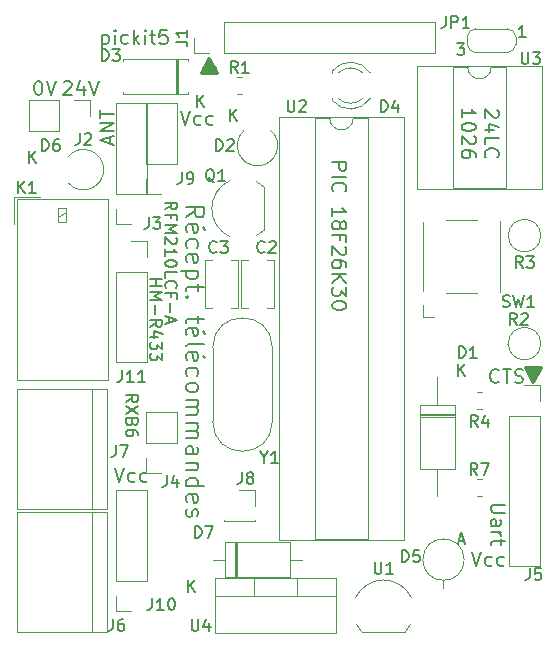
<source format=gbr>
%TF.GenerationSoftware,KiCad,Pcbnew,(5.1.12)-1*%
%TF.CreationDate,2025-07-02T13:27:01+02:00*%
%TF.ProjectId,telecommande,74656c65-636f-46d6-9d61-6e64652e6b69,rev?*%
%TF.SameCoordinates,Original*%
%TF.FileFunction,Legend,Top*%
%TF.FilePolarity,Positive*%
%FSLAX46Y46*%
G04 Gerber Fmt 4.6, Leading zero omitted, Abs format (unit mm)*
G04 Created by KiCad (PCBNEW (5.1.12)-1) date 2025-07-02 13:27:01*
%MOMM*%
%LPD*%
G01*
G04 APERTURE LIST*
%ADD10C,0.150000*%
%ADD11C,0.200000*%
%ADD12C,0.300000*%
%ADD13C,0.120000*%
G04 APERTURE END LIST*
D10*
X91495619Y-92607238D02*
X92495619Y-92607238D01*
X92019428Y-92607238D02*
X92019428Y-93178666D01*
X91495619Y-93178666D02*
X92495619Y-93178666D01*
X91495619Y-93654857D02*
X92495619Y-93654857D01*
X91781333Y-93988190D01*
X92495619Y-94321523D01*
X91495619Y-94321523D01*
X91876571Y-94797714D02*
X91876571Y-95559619D01*
X91495619Y-96607238D02*
X91971809Y-96273904D01*
X91495619Y-96035809D02*
X92495619Y-96035809D01*
X92495619Y-96416761D01*
X92448000Y-96512000D01*
X92400380Y-96559619D01*
X92305142Y-96607238D01*
X92162285Y-96607238D01*
X92067047Y-96559619D01*
X92019428Y-96512000D01*
X91971809Y-96416761D01*
X91971809Y-96035809D01*
X92162285Y-97464380D02*
X91495619Y-97464380D01*
X92543238Y-97226285D02*
X91828952Y-96988190D01*
X91828952Y-97607238D01*
X92495619Y-97892952D02*
X92495619Y-98512000D01*
X92114666Y-98178666D01*
X92114666Y-98321523D01*
X92067047Y-98416761D01*
X92019428Y-98464380D01*
X91924190Y-98512000D01*
X91686095Y-98512000D01*
X91590857Y-98464380D01*
X91543238Y-98416761D01*
X91495619Y-98321523D01*
X91495619Y-98035809D01*
X91543238Y-97940571D01*
X91590857Y-97892952D01*
X92495619Y-98845333D02*
X92495619Y-99464380D01*
X92114666Y-99131047D01*
X92114666Y-99273904D01*
X92067047Y-99369142D01*
X92019428Y-99416761D01*
X91924190Y-99464380D01*
X91686095Y-99464380D01*
X91590857Y-99416761D01*
X91543238Y-99369142D01*
X91495619Y-99273904D01*
X91495619Y-98988190D01*
X91543238Y-98892952D01*
X91590857Y-98845333D01*
D11*
X94571428Y-87353714D02*
X95285714Y-86853714D01*
X94571428Y-86496571D02*
X96071428Y-86496571D01*
X96071428Y-87068000D01*
X96000000Y-87210857D01*
X95928571Y-87282285D01*
X95785714Y-87353714D01*
X95571428Y-87353714D01*
X95428571Y-87282285D01*
X95357142Y-87210857D01*
X95285714Y-87068000D01*
X95285714Y-86496571D01*
X94642857Y-88568000D02*
X94571428Y-88425142D01*
X94571428Y-88139428D01*
X94642857Y-87996571D01*
X94785714Y-87925142D01*
X95357142Y-87925142D01*
X95500000Y-87996571D01*
X95571428Y-88139428D01*
X95571428Y-88425142D01*
X95500000Y-88568000D01*
X95357142Y-88639428D01*
X95214285Y-88639428D01*
X95071428Y-87925142D01*
X96142857Y-88425142D02*
X95928571Y-88210857D01*
X94642857Y-89925142D02*
X94571428Y-89782285D01*
X94571428Y-89496571D01*
X94642857Y-89353714D01*
X94714285Y-89282285D01*
X94857142Y-89210857D01*
X95285714Y-89210857D01*
X95428571Y-89282285D01*
X95500000Y-89353714D01*
X95571428Y-89496571D01*
X95571428Y-89782285D01*
X95500000Y-89925142D01*
X94642857Y-91139428D02*
X94571428Y-90996571D01*
X94571428Y-90710857D01*
X94642857Y-90568000D01*
X94785714Y-90496571D01*
X95357142Y-90496571D01*
X95500000Y-90568000D01*
X95571428Y-90710857D01*
X95571428Y-90996571D01*
X95500000Y-91139428D01*
X95357142Y-91210857D01*
X95214285Y-91210857D01*
X95071428Y-90496571D01*
X95571428Y-91853714D02*
X94071428Y-91853714D01*
X95500000Y-91853714D02*
X95571428Y-91996571D01*
X95571428Y-92282285D01*
X95500000Y-92425142D01*
X95428571Y-92496571D01*
X95285714Y-92568000D01*
X94857142Y-92568000D01*
X94714285Y-92496571D01*
X94642857Y-92425142D01*
X94571428Y-92282285D01*
X94571428Y-91996571D01*
X94642857Y-91853714D01*
X95571428Y-92996571D02*
X95571428Y-93568000D01*
X96071428Y-93210857D02*
X94785714Y-93210857D01*
X94642857Y-93282285D01*
X94571428Y-93425142D01*
X94571428Y-93568000D01*
X94714285Y-94068000D02*
X94642857Y-94139428D01*
X94571428Y-94068000D01*
X94642857Y-93996571D01*
X94714285Y-94068000D01*
X94571428Y-94068000D01*
X95571428Y-95710857D02*
X95571428Y-96282285D01*
X96071428Y-95925142D02*
X94785714Y-95925142D01*
X94642857Y-95996571D01*
X94571428Y-96139428D01*
X94571428Y-96282285D01*
X94642857Y-97353714D02*
X94571428Y-97210857D01*
X94571428Y-96925142D01*
X94642857Y-96782285D01*
X94785714Y-96710857D01*
X95357142Y-96710857D01*
X95500000Y-96782285D01*
X95571428Y-96925142D01*
X95571428Y-97210857D01*
X95500000Y-97353714D01*
X95357142Y-97425142D01*
X95214285Y-97425142D01*
X95071428Y-96710857D01*
X96142857Y-97210857D02*
X95928571Y-96996571D01*
X94571428Y-98282285D02*
X94642857Y-98139428D01*
X94785714Y-98068000D01*
X96071428Y-98068000D01*
X94642857Y-99425142D02*
X94571428Y-99282285D01*
X94571428Y-98996571D01*
X94642857Y-98853714D01*
X94785714Y-98782285D01*
X95357142Y-98782285D01*
X95500000Y-98853714D01*
X95571428Y-98996571D01*
X95571428Y-99282285D01*
X95500000Y-99425142D01*
X95357142Y-99496571D01*
X95214285Y-99496571D01*
X95071428Y-98782285D01*
X96142857Y-99282285D02*
X95928571Y-99068000D01*
X94642857Y-100782285D02*
X94571428Y-100639428D01*
X94571428Y-100353714D01*
X94642857Y-100210857D01*
X94714285Y-100139428D01*
X94857142Y-100068000D01*
X95285714Y-100068000D01*
X95428571Y-100139428D01*
X95500000Y-100210857D01*
X95571428Y-100353714D01*
X95571428Y-100639428D01*
X95500000Y-100782285D01*
X94571428Y-101639428D02*
X94642857Y-101496571D01*
X94714285Y-101425142D01*
X94857142Y-101353714D01*
X95285714Y-101353714D01*
X95428571Y-101425142D01*
X95500000Y-101496571D01*
X95571428Y-101639428D01*
X95571428Y-101853714D01*
X95500000Y-101996571D01*
X95428571Y-102068000D01*
X95285714Y-102139428D01*
X94857142Y-102139428D01*
X94714285Y-102068000D01*
X94642857Y-101996571D01*
X94571428Y-101853714D01*
X94571428Y-101639428D01*
X94571428Y-102782285D02*
X95571428Y-102782285D01*
X95428571Y-102782285D02*
X95500000Y-102853714D01*
X95571428Y-102996571D01*
X95571428Y-103210857D01*
X95500000Y-103353714D01*
X95357142Y-103425142D01*
X94571428Y-103425142D01*
X95357142Y-103425142D02*
X95500000Y-103496571D01*
X95571428Y-103639428D01*
X95571428Y-103853714D01*
X95500000Y-103996571D01*
X95357142Y-104068000D01*
X94571428Y-104068000D01*
X94571428Y-104782285D02*
X95571428Y-104782285D01*
X95428571Y-104782285D02*
X95500000Y-104853714D01*
X95571428Y-104996571D01*
X95571428Y-105210857D01*
X95500000Y-105353714D01*
X95357142Y-105425142D01*
X94571428Y-105425142D01*
X95357142Y-105425142D02*
X95500000Y-105496571D01*
X95571428Y-105639428D01*
X95571428Y-105853714D01*
X95500000Y-105996571D01*
X95357142Y-106068000D01*
X94571428Y-106068000D01*
X94571428Y-107425142D02*
X95357142Y-107425142D01*
X95500000Y-107353714D01*
X95571428Y-107210857D01*
X95571428Y-106925142D01*
X95500000Y-106782285D01*
X94642857Y-107425142D02*
X94571428Y-107282285D01*
X94571428Y-106925142D01*
X94642857Y-106782285D01*
X94785714Y-106710857D01*
X94928571Y-106710857D01*
X95071428Y-106782285D01*
X95142857Y-106925142D01*
X95142857Y-107282285D01*
X95214285Y-107425142D01*
X95571428Y-108139428D02*
X94571428Y-108139428D01*
X95428571Y-108139428D02*
X95500000Y-108210857D01*
X95571428Y-108353714D01*
X95571428Y-108568000D01*
X95500000Y-108710857D01*
X95357142Y-108782285D01*
X94571428Y-108782285D01*
X94571428Y-110139428D02*
X96071428Y-110139428D01*
X94642857Y-110139428D02*
X94571428Y-109996571D01*
X94571428Y-109710857D01*
X94642857Y-109568000D01*
X94714285Y-109496571D01*
X94857142Y-109425142D01*
X95285714Y-109425142D01*
X95428571Y-109496571D01*
X95500000Y-109568000D01*
X95571428Y-109710857D01*
X95571428Y-109996571D01*
X95500000Y-110139428D01*
X94642857Y-111425142D02*
X94571428Y-111282285D01*
X94571428Y-110996571D01*
X94642857Y-110853714D01*
X94785714Y-110782285D01*
X95357142Y-110782285D01*
X95500000Y-110853714D01*
X95571428Y-110996571D01*
X95571428Y-111282285D01*
X95500000Y-111425142D01*
X95357142Y-111496571D01*
X95214285Y-111496571D01*
X95071428Y-110782285D01*
X94642857Y-112068000D02*
X94571428Y-112210857D01*
X94571428Y-112496571D01*
X94642857Y-112639428D01*
X94785714Y-112710857D01*
X94857142Y-112710857D01*
X95000000Y-112639428D01*
X95071428Y-112496571D01*
X95071428Y-112282285D01*
X95142857Y-112139428D01*
X95285714Y-112068000D01*
X95357142Y-112068000D01*
X95500000Y-112139428D01*
X95571428Y-112282285D01*
X95571428Y-112496571D01*
X95500000Y-112639428D01*
D10*
X94075428Y-78336857D02*
X94475428Y-79536857D01*
X94875428Y-78336857D01*
X95789714Y-79479714D02*
X95675428Y-79536857D01*
X95446857Y-79536857D01*
X95332571Y-79479714D01*
X95275428Y-79422571D01*
X95218285Y-79308285D01*
X95218285Y-78965428D01*
X95275428Y-78851142D01*
X95332571Y-78794000D01*
X95446857Y-78736857D01*
X95675428Y-78736857D01*
X95789714Y-78794000D01*
X96818285Y-79479714D02*
X96704000Y-79536857D01*
X96475428Y-79536857D01*
X96361142Y-79479714D01*
X96304000Y-79422571D01*
X96246857Y-79308285D01*
X96246857Y-78965428D01*
X96304000Y-78851142D01*
X96361142Y-78794000D01*
X96475428Y-78736857D01*
X96704000Y-78736857D01*
X96818285Y-78794000D01*
X92765619Y-86686000D02*
X93241809Y-86352666D01*
X92765619Y-86114571D02*
X93765619Y-86114571D01*
X93765619Y-86495523D01*
X93718000Y-86590761D01*
X93670380Y-86638380D01*
X93575142Y-86686000D01*
X93432285Y-86686000D01*
X93337047Y-86638380D01*
X93289428Y-86590761D01*
X93241809Y-86495523D01*
X93241809Y-86114571D01*
X93289428Y-87447904D02*
X93289428Y-87114571D01*
X92765619Y-87114571D02*
X93765619Y-87114571D01*
X93765619Y-87590761D01*
X92765619Y-87971714D02*
X93765619Y-87971714D01*
X93051333Y-88305047D01*
X93765619Y-88638380D01*
X92765619Y-88638380D01*
X93670380Y-89066952D02*
X93718000Y-89114571D01*
X93765619Y-89209809D01*
X93765619Y-89447904D01*
X93718000Y-89543142D01*
X93670380Y-89590761D01*
X93575142Y-89638380D01*
X93479904Y-89638380D01*
X93337047Y-89590761D01*
X92765619Y-89019333D01*
X92765619Y-89638380D01*
X92765619Y-90590761D02*
X92765619Y-90019333D01*
X92765619Y-90305047D02*
X93765619Y-90305047D01*
X93622761Y-90209809D01*
X93527523Y-90114571D01*
X93479904Y-90019333D01*
X93765619Y-91209809D02*
X93765619Y-91305047D01*
X93718000Y-91400285D01*
X93670380Y-91447904D01*
X93575142Y-91495523D01*
X93384666Y-91543142D01*
X93146571Y-91543142D01*
X92956095Y-91495523D01*
X92860857Y-91447904D01*
X92813238Y-91400285D01*
X92765619Y-91305047D01*
X92765619Y-91209809D01*
X92813238Y-91114571D01*
X92860857Y-91066952D01*
X92956095Y-91019333D01*
X93146571Y-90971714D01*
X93384666Y-90971714D01*
X93575142Y-91019333D01*
X93670380Y-91066952D01*
X93718000Y-91114571D01*
X93765619Y-91209809D01*
X92765619Y-92447904D02*
X92765619Y-91971714D01*
X93765619Y-91971714D01*
X92860857Y-93352666D02*
X92813238Y-93305047D01*
X92765619Y-93162190D01*
X92765619Y-93066952D01*
X92813238Y-92924095D01*
X92908476Y-92828857D01*
X93003714Y-92781238D01*
X93194190Y-92733619D01*
X93337047Y-92733619D01*
X93527523Y-92781238D01*
X93622761Y-92828857D01*
X93718000Y-92924095D01*
X93765619Y-93066952D01*
X93765619Y-93162190D01*
X93718000Y-93305047D01*
X93670380Y-93352666D01*
X93289428Y-94114571D02*
X93289428Y-93781238D01*
X92765619Y-93781238D02*
X93765619Y-93781238D01*
X93765619Y-94257428D01*
X93146571Y-94638380D02*
X93146571Y-95400285D01*
X93051333Y-95828857D02*
X93051333Y-96305047D01*
X92765619Y-95733619D02*
X93765619Y-96066952D01*
X92765619Y-96400285D01*
X118713428Y-115674857D02*
X119113428Y-116874857D01*
X119513428Y-115674857D01*
X120427714Y-116817714D02*
X120313428Y-116874857D01*
X120084857Y-116874857D01*
X119970571Y-116817714D01*
X119913428Y-116760571D01*
X119856285Y-116646285D01*
X119856285Y-116303428D01*
X119913428Y-116189142D01*
X119970571Y-116132000D01*
X120084857Y-116074857D01*
X120313428Y-116074857D01*
X120427714Y-116132000D01*
X121456285Y-116817714D02*
X121342000Y-116874857D01*
X121113428Y-116874857D01*
X120999142Y-116817714D01*
X120942000Y-116760571D01*
X120884857Y-116646285D01*
X120884857Y-116303428D01*
X120942000Y-116189142D01*
X120999142Y-116132000D01*
X121113428Y-116074857D01*
X121342000Y-116074857D01*
X121456285Y-116132000D01*
X121008857Y-101266571D02*
X120951714Y-101323714D01*
X120780285Y-101380857D01*
X120666000Y-101380857D01*
X120494571Y-101323714D01*
X120380285Y-101209428D01*
X120323142Y-101095142D01*
X120266000Y-100866571D01*
X120266000Y-100695142D01*
X120323142Y-100466571D01*
X120380285Y-100352285D01*
X120494571Y-100238000D01*
X120666000Y-100180857D01*
X120780285Y-100180857D01*
X120951714Y-100238000D01*
X121008857Y-100295142D01*
X121351714Y-100180857D02*
X122037428Y-100180857D01*
X121694571Y-101380857D02*
X121694571Y-100180857D01*
X122380285Y-101323714D02*
X122551714Y-101380857D01*
X122837428Y-101380857D01*
X122951714Y-101323714D01*
X123008857Y-101266571D01*
X123066000Y-101152285D01*
X123066000Y-101038000D01*
X123008857Y-100923714D01*
X122951714Y-100866571D01*
X122837428Y-100809428D01*
X122608857Y-100752285D01*
X122494571Y-100695142D01*
X122437428Y-100638000D01*
X122380285Y-100523714D01*
X122380285Y-100409428D01*
X122437428Y-100295142D01*
X122494571Y-100238000D01*
X122608857Y-100180857D01*
X122894571Y-100180857D01*
X123066000Y-100238000D01*
X120897857Y-78264000D02*
X120955000Y-78321142D01*
X121012142Y-78435428D01*
X121012142Y-78721142D01*
X120955000Y-78835428D01*
X120897857Y-78892571D01*
X120783571Y-78949714D01*
X120669285Y-78949714D01*
X120497857Y-78892571D01*
X119812142Y-78206857D01*
X119812142Y-78949714D01*
X120612142Y-79978285D02*
X119812142Y-79978285D01*
X121069285Y-79692571D02*
X120212142Y-79406857D01*
X120212142Y-80149714D01*
X119812142Y-81178285D02*
X119812142Y-80606857D01*
X121012142Y-80606857D01*
X119926428Y-82264000D02*
X119869285Y-82206857D01*
X119812142Y-82035428D01*
X119812142Y-81921142D01*
X119869285Y-81749714D01*
X119983571Y-81635428D01*
X120097857Y-81578285D01*
X120326428Y-81521142D01*
X120497857Y-81521142D01*
X120726428Y-81578285D01*
X120840714Y-81635428D01*
X120955000Y-81749714D01*
X121012142Y-81921142D01*
X121012142Y-82035428D01*
X120955000Y-82206857D01*
X120897857Y-82264000D01*
X117862142Y-78892571D02*
X117862142Y-78206857D01*
X117862142Y-78549714D02*
X119062142Y-78549714D01*
X118890714Y-78435428D01*
X118776428Y-78321142D01*
X118719285Y-78206857D01*
X119062142Y-79635428D02*
X119062142Y-79749714D01*
X119005000Y-79864000D01*
X118947857Y-79921142D01*
X118833571Y-79978285D01*
X118605000Y-80035428D01*
X118319285Y-80035428D01*
X118090714Y-79978285D01*
X117976428Y-79921142D01*
X117919285Y-79864000D01*
X117862142Y-79749714D01*
X117862142Y-79635428D01*
X117919285Y-79521142D01*
X117976428Y-79464000D01*
X118090714Y-79406857D01*
X118319285Y-79349714D01*
X118605000Y-79349714D01*
X118833571Y-79406857D01*
X118947857Y-79464000D01*
X119005000Y-79521142D01*
X119062142Y-79635428D01*
X118947857Y-80492571D02*
X119005000Y-80549714D01*
X119062142Y-80664000D01*
X119062142Y-80949714D01*
X119005000Y-81064000D01*
X118947857Y-81121142D01*
X118833571Y-81178285D01*
X118719285Y-81178285D01*
X118547857Y-81121142D01*
X117862142Y-80435428D01*
X117862142Y-81178285D01*
X119062142Y-82206857D02*
X119062142Y-81978285D01*
X119005000Y-81864000D01*
X118947857Y-81806857D01*
X118776428Y-81692571D01*
X118547857Y-81635428D01*
X118090714Y-81635428D01*
X117976428Y-81692571D01*
X117919285Y-81749714D01*
X117862142Y-81864000D01*
X117862142Y-82092571D01*
X117919285Y-82206857D01*
X117976428Y-82264000D01*
X118090714Y-82321142D01*
X118376428Y-82321142D01*
X118490714Y-82264000D01*
X118547857Y-82206857D01*
X118605000Y-82092571D01*
X118605000Y-81864000D01*
X118547857Y-81749714D01*
X118490714Y-81692571D01*
X118376428Y-81635428D01*
X106899142Y-82700000D02*
X108099142Y-82700000D01*
X108099142Y-83157142D01*
X108042000Y-83271428D01*
X107984857Y-83328571D01*
X107870571Y-83385714D01*
X107699142Y-83385714D01*
X107584857Y-83328571D01*
X107527714Y-83271428D01*
X107470571Y-83157142D01*
X107470571Y-82700000D01*
X106899142Y-83900000D02*
X108099142Y-83900000D01*
X107013428Y-85157142D02*
X106956285Y-85100000D01*
X106899142Y-84928571D01*
X106899142Y-84814285D01*
X106956285Y-84642857D01*
X107070571Y-84528571D01*
X107184857Y-84471428D01*
X107413428Y-84414285D01*
X107584857Y-84414285D01*
X107813428Y-84471428D01*
X107927714Y-84528571D01*
X108042000Y-84642857D01*
X108099142Y-84814285D01*
X108099142Y-84928571D01*
X108042000Y-85100000D01*
X107984857Y-85157142D01*
X106899142Y-87214285D02*
X106899142Y-86528571D01*
X106899142Y-86871428D02*
X108099142Y-86871428D01*
X107927714Y-86757142D01*
X107813428Y-86642857D01*
X107756285Y-86528571D01*
X107584857Y-87900000D02*
X107642000Y-87785714D01*
X107699142Y-87728571D01*
X107813428Y-87671428D01*
X107870571Y-87671428D01*
X107984857Y-87728571D01*
X108042000Y-87785714D01*
X108099142Y-87900000D01*
X108099142Y-88128571D01*
X108042000Y-88242857D01*
X107984857Y-88300000D01*
X107870571Y-88357142D01*
X107813428Y-88357142D01*
X107699142Y-88300000D01*
X107642000Y-88242857D01*
X107584857Y-88128571D01*
X107584857Y-87900000D01*
X107527714Y-87785714D01*
X107470571Y-87728571D01*
X107356285Y-87671428D01*
X107127714Y-87671428D01*
X107013428Y-87728571D01*
X106956285Y-87785714D01*
X106899142Y-87900000D01*
X106899142Y-88128571D01*
X106956285Y-88242857D01*
X107013428Y-88300000D01*
X107127714Y-88357142D01*
X107356285Y-88357142D01*
X107470571Y-88300000D01*
X107527714Y-88242857D01*
X107584857Y-88128571D01*
X107527714Y-89271428D02*
X107527714Y-88871428D01*
X106899142Y-88871428D02*
X108099142Y-88871428D01*
X108099142Y-89442857D01*
X107984857Y-89842857D02*
X108042000Y-89900000D01*
X108099142Y-90014285D01*
X108099142Y-90300000D01*
X108042000Y-90414285D01*
X107984857Y-90471428D01*
X107870571Y-90528571D01*
X107756285Y-90528571D01*
X107584857Y-90471428D01*
X106899142Y-89785714D01*
X106899142Y-90528571D01*
X108099142Y-91557142D02*
X108099142Y-91328571D01*
X108042000Y-91214285D01*
X107984857Y-91157142D01*
X107813428Y-91042857D01*
X107584857Y-90985714D01*
X107127714Y-90985714D01*
X107013428Y-91042857D01*
X106956285Y-91100000D01*
X106899142Y-91214285D01*
X106899142Y-91442857D01*
X106956285Y-91557142D01*
X107013428Y-91614285D01*
X107127714Y-91671428D01*
X107413428Y-91671428D01*
X107527714Y-91614285D01*
X107584857Y-91557142D01*
X107642000Y-91442857D01*
X107642000Y-91214285D01*
X107584857Y-91100000D01*
X107527714Y-91042857D01*
X107413428Y-90985714D01*
X106899142Y-92185714D02*
X108099142Y-92185714D01*
X106899142Y-92871428D02*
X107584857Y-92357142D01*
X108099142Y-92871428D02*
X107413428Y-92185714D01*
X108099142Y-93271428D02*
X108099142Y-94014285D01*
X107642000Y-93614285D01*
X107642000Y-93785714D01*
X107584857Y-93900000D01*
X107527714Y-93957142D01*
X107413428Y-94014285D01*
X107127714Y-94014285D01*
X107013428Y-93957142D01*
X106956285Y-93900000D01*
X106899142Y-93785714D01*
X106899142Y-93442857D01*
X106956285Y-93328571D01*
X107013428Y-93271428D01*
X108099142Y-94757142D02*
X108099142Y-94871428D01*
X108042000Y-94985714D01*
X107984857Y-95042857D01*
X107870571Y-95100000D01*
X107642000Y-95157142D01*
X107356285Y-95157142D01*
X107127714Y-95100000D01*
X107013428Y-95042857D01*
X106956285Y-94985714D01*
X106899142Y-94871428D01*
X106899142Y-94757142D01*
X106956285Y-94642857D01*
X107013428Y-94585714D01*
X107127714Y-94528571D01*
X107356285Y-94471428D01*
X107642000Y-94471428D01*
X107870571Y-94528571D01*
X107984857Y-94585714D01*
X108042000Y-94642857D01*
X108099142Y-94757142D01*
X88487428Y-108562857D02*
X88887428Y-109762857D01*
X89287428Y-108562857D01*
X90201714Y-109705714D02*
X90087428Y-109762857D01*
X89858857Y-109762857D01*
X89744571Y-109705714D01*
X89687428Y-109648571D01*
X89630285Y-109534285D01*
X89630285Y-109191428D01*
X89687428Y-109077142D01*
X89744571Y-109020000D01*
X89858857Y-108962857D01*
X90087428Y-108962857D01*
X90201714Y-109020000D01*
X91230285Y-109705714D02*
X91116000Y-109762857D01*
X90887428Y-109762857D01*
X90773142Y-109705714D01*
X90716000Y-109648571D01*
X90658857Y-109534285D01*
X90658857Y-109191428D01*
X90716000Y-109077142D01*
X90773142Y-109020000D01*
X90887428Y-108962857D01*
X91116000Y-108962857D01*
X91230285Y-109020000D01*
X88084000Y-81127428D02*
X88084000Y-80556000D01*
X88426857Y-81241714D02*
X87226857Y-80841714D01*
X88426857Y-80441714D01*
X88426857Y-80041714D02*
X87226857Y-80041714D01*
X88426857Y-79356000D01*
X87226857Y-79356000D01*
X87226857Y-78956000D02*
X87226857Y-78270285D01*
X88426857Y-78613142D02*
X87226857Y-78613142D01*
X81978571Y-75796857D02*
X82092857Y-75796857D01*
X82207142Y-75854000D01*
X82264285Y-75911142D01*
X82321428Y-76025428D01*
X82378571Y-76254000D01*
X82378571Y-76539714D01*
X82321428Y-76768285D01*
X82264285Y-76882571D01*
X82207142Y-76939714D01*
X82092857Y-76996857D01*
X81978571Y-76996857D01*
X81864285Y-76939714D01*
X81807142Y-76882571D01*
X81750000Y-76768285D01*
X81692857Y-76539714D01*
X81692857Y-76254000D01*
X81750000Y-76025428D01*
X81807142Y-75911142D01*
X81864285Y-75854000D01*
X81978571Y-75796857D01*
X82721428Y-75796857D02*
X83121428Y-76996857D01*
X83521428Y-75796857D01*
X84169428Y-75911142D02*
X84226571Y-75854000D01*
X84340857Y-75796857D01*
X84626571Y-75796857D01*
X84740857Y-75854000D01*
X84798000Y-75911142D01*
X84855142Y-76025428D01*
X84855142Y-76139714D01*
X84798000Y-76311142D01*
X84112285Y-76996857D01*
X84855142Y-76996857D01*
X85883714Y-76196857D02*
X85883714Y-76996857D01*
X85598000Y-75739714D02*
X85312285Y-76596857D01*
X86055142Y-76596857D01*
X86340857Y-75796857D02*
X86740857Y-76996857D01*
X87140857Y-75796857D01*
D12*
X124523428Y-100191142D02*
X124523428Y-100119714D01*
X124452000Y-100334000D02*
X124452000Y-100119714D01*
X124380571Y-100476857D02*
X124380571Y-100119714D01*
X124309142Y-100619714D02*
X124309142Y-100119714D01*
X124237714Y-100691142D02*
X124237714Y-100119714D01*
X124166285Y-100834000D02*
X124166285Y-100119714D01*
X124094857Y-100976857D02*
X124094857Y-100119714D01*
X124023428Y-101119714D02*
X124023428Y-100119714D01*
X123952000Y-101262571D02*
X123952000Y-100119714D01*
X123880571Y-101119714D02*
X123880571Y-100119714D01*
X123809142Y-100976857D02*
X123809142Y-100119714D01*
X123737714Y-100834000D02*
X123737714Y-100119714D01*
X123666285Y-100691142D02*
X123666285Y-100119714D01*
X123594857Y-100619714D02*
X123594857Y-100119714D01*
X123523428Y-100476857D02*
X123523428Y-100119714D01*
X123452000Y-100334000D02*
X123452000Y-100119714D01*
X123380571Y-100119714D02*
X123952000Y-101191142D01*
X124523428Y-100119714D01*
X123380571Y-100191142D02*
X123380571Y-100119714D01*
X123952000Y-101262571D02*
X123309142Y-100119714D01*
X124594857Y-100119714D01*
X123952000Y-101262571D01*
X95948571Y-75029142D02*
X95948571Y-75100571D01*
X96020000Y-74886285D02*
X96020000Y-75100571D01*
X96091428Y-74743428D02*
X96091428Y-75100571D01*
X96162857Y-74600571D02*
X96162857Y-75100571D01*
X96234285Y-74529142D02*
X96234285Y-75100571D01*
X96305714Y-74386285D02*
X96305714Y-75100571D01*
X96377142Y-74243428D02*
X96377142Y-75100571D01*
X96448571Y-74100571D02*
X96448571Y-75100571D01*
X96520000Y-73957714D02*
X96520000Y-75100571D01*
X96591428Y-74100571D02*
X96591428Y-75100571D01*
X96662857Y-74243428D02*
X96662857Y-75100571D01*
X96734285Y-74386285D02*
X96734285Y-75100571D01*
X96805714Y-74529142D02*
X96805714Y-75100571D01*
X96877142Y-74600571D02*
X96877142Y-75100571D01*
X96948571Y-74743428D02*
X96948571Y-75100571D01*
X97020000Y-74886285D02*
X97020000Y-75100571D01*
X97091428Y-75100571D02*
X96520000Y-74029142D01*
X95948571Y-75100571D01*
X97091428Y-75029142D02*
X97091428Y-75100571D01*
X96520000Y-73957714D02*
X97162857Y-75100571D01*
X95877142Y-75100571D01*
X96520000Y-73957714D01*
D10*
X121561142Y-111684000D02*
X120589714Y-111684000D01*
X120475428Y-111741142D01*
X120418285Y-111798285D01*
X120361142Y-111912571D01*
X120361142Y-112141142D01*
X120418285Y-112255428D01*
X120475428Y-112312571D01*
X120589714Y-112369714D01*
X121561142Y-112369714D01*
X120361142Y-113455428D02*
X120989714Y-113455428D01*
X121104000Y-113398285D01*
X121161142Y-113284000D01*
X121161142Y-113055428D01*
X121104000Y-112941142D01*
X120418285Y-113455428D02*
X120361142Y-113341142D01*
X120361142Y-113055428D01*
X120418285Y-112941142D01*
X120532571Y-112884000D01*
X120646857Y-112884000D01*
X120761142Y-112941142D01*
X120818285Y-113055428D01*
X120818285Y-113341142D01*
X120875428Y-113455428D01*
X120361142Y-114026857D02*
X121161142Y-114026857D01*
X120932571Y-114026857D02*
X121046857Y-114084000D01*
X121104000Y-114141142D01*
X121161142Y-114255428D01*
X121161142Y-114369714D01*
X121161142Y-114598285D02*
X121161142Y-115055428D01*
X121561142Y-114769714D02*
X120532571Y-114769714D01*
X120418285Y-114826857D01*
X120361142Y-114941142D01*
X120361142Y-115055428D01*
X89463619Y-102997142D02*
X89939809Y-102663809D01*
X89463619Y-102425714D02*
X90463619Y-102425714D01*
X90463619Y-102806666D01*
X90416000Y-102901904D01*
X90368380Y-102949523D01*
X90273142Y-102997142D01*
X90130285Y-102997142D01*
X90035047Y-102949523D01*
X89987428Y-102901904D01*
X89939809Y-102806666D01*
X89939809Y-102425714D01*
X90463619Y-103330476D02*
X89463619Y-103997142D01*
X90463619Y-103997142D02*
X89463619Y-103330476D01*
X89987428Y-104711428D02*
X89939809Y-104854285D01*
X89892190Y-104901904D01*
X89796952Y-104949523D01*
X89654095Y-104949523D01*
X89558857Y-104901904D01*
X89511238Y-104854285D01*
X89463619Y-104759047D01*
X89463619Y-104378095D01*
X90463619Y-104378095D01*
X90463619Y-104711428D01*
X90416000Y-104806666D01*
X90368380Y-104854285D01*
X90273142Y-104901904D01*
X90177904Y-104901904D01*
X90082666Y-104854285D01*
X90035047Y-104806666D01*
X89987428Y-104711428D01*
X89987428Y-104378095D01*
X90463619Y-105806666D02*
X90463619Y-105616190D01*
X90416000Y-105520952D01*
X90368380Y-105473333D01*
X90225523Y-105378095D01*
X90035047Y-105330476D01*
X89654095Y-105330476D01*
X89558857Y-105378095D01*
X89511238Y-105425714D01*
X89463619Y-105520952D01*
X89463619Y-105711428D01*
X89511238Y-105806666D01*
X89558857Y-105854285D01*
X89654095Y-105901904D01*
X89892190Y-105901904D01*
X89987428Y-105854285D01*
X90035047Y-105806666D01*
X90082666Y-105711428D01*
X90082666Y-105520952D01*
X90035047Y-105425714D01*
X89987428Y-105378095D01*
X89892190Y-105330476D01*
X87427142Y-71878857D02*
X87427142Y-73078857D01*
X87427142Y-71936000D02*
X87541428Y-71878857D01*
X87770000Y-71878857D01*
X87884285Y-71936000D01*
X87941428Y-71993142D01*
X87998571Y-72107428D01*
X87998571Y-72450285D01*
X87941428Y-72564571D01*
X87884285Y-72621714D01*
X87770000Y-72678857D01*
X87541428Y-72678857D01*
X87427142Y-72621714D01*
X88512857Y-72678857D02*
X88512857Y-71878857D01*
X88512857Y-71478857D02*
X88455714Y-71536000D01*
X88512857Y-71593142D01*
X88570000Y-71536000D01*
X88512857Y-71478857D01*
X88512857Y-71593142D01*
X89598571Y-72621714D02*
X89484285Y-72678857D01*
X89255714Y-72678857D01*
X89141428Y-72621714D01*
X89084285Y-72564571D01*
X89027142Y-72450285D01*
X89027142Y-72107428D01*
X89084285Y-71993142D01*
X89141428Y-71936000D01*
X89255714Y-71878857D01*
X89484285Y-71878857D01*
X89598571Y-71936000D01*
X90112857Y-72678857D02*
X90112857Y-71478857D01*
X90227142Y-72221714D02*
X90570000Y-72678857D01*
X90570000Y-71878857D02*
X90112857Y-72336000D01*
X91084285Y-72678857D02*
X91084285Y-71878857D01*
X91084285Y-71478857D02*
X91027142Y-71536000D01*
X91084285Y-71593142D01*
X91141428Y-71536000D01*
X91084285Y-71478857D01*
X91084285Y-71593142D01*
X91484285Y-71878857D02*
X91941428Y-71878857D01*
X91655714Y-71478857D02*
X91655714Y-72507428D01*
X91712857Y-72621714D01*
X91827142Y-72678857D01*
X91941428Y-72678857D01*
X92912857Y-71478857D02*
X92341428Y-71478857D01*
X92284285Y-72050285D01*
X92341428Y-71993142D01*
X92455714Y-71936000D01*
X92741428Y-71936000D01*
X92855714Y-71993142D01*
X92912857Y-72050285D01*
X92970000Y-72164571D01*
X92970000Y-72450285D01*
X92912857Y-72564571D01*
X92855714Y-72621714D01*
X92741428Y-72678857D01*
X92455714Y-72678857D01*
X92341428Y-72621714D01*
X92284285Y-72564571D01*
D13*
%TO.C,R7*%
X119591064Y-110971000D02*
X119136936Y-110971000D01*
X119591064Y-109501000D02*
X119136936Y-109501000D01*
%TO.C,J11*%
X88586000Y-91948000D02*
X91246000Y-91948000D01*
X88586000Y-91948000D02*
X88586000Y-99628000D01*
X88586000Y-99628000D02*
X91246000Y-99628000D01*
X91246000Y-91948000D02*
X91246000Y-99628000D01*
X91246000Y-89348000D02*
X91246000Y-90678000D01*
X89916000Y-89348000D02*
X91246000Y-89348000D01*
%TO.C,J2*%
X86420000Y-77410000D02*
X86420000Y-78740000D01*
X85090000Y-77410000D02*
X86420000Y-77410000D01*
X83820000Y-77410000D02*
X83820000Y-80070000D01*
X83820000Y-80070000D02*
X81220000Y-80070000D01*
X83820000Y-77410000D02*
X81220000Y-77410000D01*
X81220000Y-77410000D02*
X81220000Y-80070000D01*
%TO.C,D3*%
X94668000Y-76778000D02*
X94668000Y-76908000D01*
X94668000Y-76908000D02*
X89228000Y-76908000D01*
X89228000Y-76908000D02*
X89228000Y-76778000D01*
X94668000Y-74098000D02*
X94668000Y-73968000D01*
X94668000Y-73968000D02*
X89228000Y-73968000D01*
X89228000Y-73968000D02*
X89228000Y-74098000D01*
X93768000Y-76908000D02*
X93768000Y-73968000D01*
X93648000Y-76908000D02*
X93648000Y-73968000D01*
X93888000Y-76908000D02*
X93888000Y-73968000D01*
%TO.C,J10*%
X89916000Y-120710000D02*
X88586000Y-120710000D01*
X88586000Y-120710000D02*
X88586000Y-119380000D01*
X88586000Y-118110000D02*
X88586000Y-110430000D01*
X91246000Y-110430000D02*
X88586000Y-110430000D01*
X91246000Y-118110000D02*
X91246000Y-110430000D01*
X91246000Y-118110000D02*
X88586000Y-118110000D01*
%TO.C,J9*%
X92456000Y-85404000D02*
X91126000Y-85404000D01*
X91126000Y-85404000D02*
X91126000Y-84074000D01*
X91126000Y-82804000D02*
X91126000Y-77664000D01*
X93786000Y-77664000D02*
X91126000Y-77664000D01*
X93786000Y-82804000D02*
X93786000Y-77664000D01*
X93786000Y-82804000D02*
X91126000Y-82804000D01*
%TO.C,J4*%
X92456000Y-109026000D02*
X91126000Y-109026000D01*
X91126000Y-109026000D02*
X91126000Y-107696000D01*
X91126000Y-106426000D02*
X91126000Y-103826000D01*
X93786000Y-103826000D02*
X91126000Y-103826000D01*
X93786000Y-106426000D02*
X93786000Y-103826000D01*
X93786000Y-106426000D02*
X91126000Y-106426000D01*
%TO.C,J3*%
X89916000Y-87944000D02*
X88586000Y-87944000D01*
X88586000Y-87944000D02*
X88586000Y-86614000D01*
X88586000Y-85344000D02*
X88586000Y-77664000D01*
X91246000Y-77664000D02*
X88586000Y-77664000D01*
X91246000Y-85344000D02*
X91246000Y-77664000D01*
X91246000Y-85344000D02*
X88586000Y-85344000D01*
%TO.C,J1*%
X95190000Y-73466000D02*
X95190000Y-72136000D01*
X96520000Y-73466000D02*
X95190000Y-73466000D01*
X97790000Y-73466000D02*
X97790000Y-70806000D01*
X97790000Y-70806000D02*
X115630000Y-70806000D01*
X97790000Y-73466000D02*
X115630000Y-73466000D01*
X115630000Y-73466000D02*
X115630000Y-70806000D01*
%TO.C,R1*%
X99287064Y-75465000D02*
X98832936Y-75465000D01*
X99287064Y-76935000D02*
X98832936Y-76935000D01*
%TO.C,U3*%
X124630000Y-74556000D02*
X114130000Y-74556000D01*
X124630000Y-84956000D02*
X124630000Y-74556000D01*
X114130000Y-84956000D02*
X124630000Y-84956000D01*
X114130000Y-74556000D02*
X114130000Y-84956000D01*
X121630000Y-74616000D02*
X120380000Y-74616000D01*
X121630000Y-84896000D02*
X121630000Y-74616000D01*
X117130000Y-84896000D02*
X121630000Y-84896000D01*
X117130000Y-74616000D02*
X117130000Y-84896000D01*
X118380000Y-74616000D02*
X117130000Y-74616000D01*
X120380000Y-74616000D02*
G75*
G02*
X118380000Y-74616000I-1000000J0D01*
G01*
%TO.C,JP1*%
X121796000Y-73390000D02*
X118996000Y-73390000D01*
X118346000Y-72690000D02*
X118346000Y-72090000D01*
X118996000Y-71390000D02*
X121796000Y-71390000D01*
X122446000Y-72090000D02*
X122446000Y-72690000D01*
X122446000Y-72690000D02*
G75*
G02*
X121746000Y-73390000I-700000J0D01*
G01*
X121746000Y-71390000D02*
G75*
G02*
X122446000Y-72090000I0J-700000D01*
G01*
X118346000Y-72090000D02*
G75*
G02*
X119046000Y-71390000I700000J0D01*
G01*
X119046000Y-73390000D02*
G75*
G02*
X118346000Y-72690000I0J700000D01*
G01*
%TO.C,R2*%
X124560000Y-98044000D02*
G75*
G03*
X124560000Y-98044000I-1370000J0D01*
G01*
X121820000Y-98044000D02*
X121750000Y-98044000D01*
%TO.C,D5*%
X116332000Y-118082635D02*
X116332000Y-118742000D01*
X118082635Y-116332000D02*
G75*
G03*
X118082635Y-116332000I-1750635J0D01*
G01*
%TO.C,D1*%
X117294000Y-103978000D02*
X114354000Y-103978000D01*
X117294000Y-104218000D02*
X114354000Y-104218000D01*
X117294000Y-104098000D02*
X114354000Y-104098000D01*
X115824000Y-110928000D02*
X115824000Y-108638000D01*
X115824000Y-100908000D02*
X115824000Y-103198000D01*
X117294000Y-108638000D02*
X117294000Y-103198000D01*
X114354000Y-108638000D02*
X117294000Y-108638000D01*
X114354000Y-103198000D02*
X114354000Y-108638000D01*
X117294000Y-103198000D02*
X114354000Y-103198000D01*
%TO.C,D7*%
X98644000Y-114862000D02*
X98644000Y-117802000D01*
X98884000Y-114862000D02*
X98884000Y-117802000D01*
X98764000Y-114862000D02*
X98764000Y-117802000D01*
X104324000Y-116332000D02*
X103304000Y-116332000D01*
X96844000Y-116332000D02*
X97864000Y-116332000D01*
X103304000Y-114862000D02*
X97864000Y-114862000D01*
X103304000Y-117802000D02*
X103304000Y-114862000D01*
X97864000Y-117802000D02*
X103304000Y-117802000D01*
X97864000Y-114862000D02*
X97864000Y-117802000D01*
%TO.C,Y1*%
X101839000Y-98385000D02*
X101839000Y-104635000D01*
X96789000Y-98385000D02*
X96789000Y-104635000D01*
X96789000Y-104635000D02*
G75*
G03*
X101839000Y-104635000I2525000J0D01*
G01*
X96789000Y-98385000D02*
G75*
G02*
X101839000Y-98385000I2525000J0D01*
G01*
%TO.C,U4*%
X96988000Y-117888000D02*
X107228000Y-117888000D01*
X96988000Y-122529000D02*
X107228000Y-122529000D01*
X96988000Y-117888000D02*
X96988000Y-122529000D01*
X107228000Y-117888000D02*
X107228000Y-122529000D01*
X96988000Y-119398000D02*
X107228000Y-119398000D01*
X100258000Y-117888000D02*
X100258000Y-119398000D01*
X103959000Y-117888000D02*
X103959000Y-119398000D01*
%TO.C,U2*%
X106696000Y-78934000D02*
X105446000Y-78934000D01*
X105446000Y-78934000D02*
X105446000Y-114614000D01*
X105446000Y-114614000D02*
X109946000Y-114614000D01*
X109946000Y-114614000D02*
X109946000Y-78934000D01*
X109946000Y-78934000D02*
X108696000Y-78934000D01*
X102446000Y-78874000D02*
X102446000Y-114674000D01*
X102446000Y-114674000D02*
X112946000Y-114674000D01*
X112946000Y-114674000D02*
X112946000Y-78874000D01*
X112946000Y-78874000D02*
X102446000Y-78874000D01*
X108696000Y-78934000D02*
G75*
G02*
X106696000Y-78934000I-1000000J0D01*
G01*
%TO.C,U1*%
X109452000Y-122500000D02*
X113052000Y-122500000D01*
X113576184Y-121772795D02*
G75*
G02*
X113052000Y-122500000I-2324184J1122795D01*
G01*
X113608400Y-119551193D02*
G75*
G03*
X111252000Y-118050000I-2356400J-1098807D01*
G01*
X108895600Y-119551193D02*
G75*
G02*
X111252000Y-118050000I2356400J-1098807D01*
G01*
X108927816Y-121772795D02*
G75*
G03*
X109452000Y-122500000I2324184J1122795D01*
G01*
%TO.C,SW1*%
X114606000Y-87778000D02*
X114606000Y-93578000D01*
X121106000Y-87678000D02*
X121106000Y-93678000D01*
X116556000Y-87578000D02*
X119156000Y-87578000D01*
X116556000Y-93778000D02*
X119156000Y-93778000D01*
X114556000Y-95778000D02*
X114556000Y-94778000D01*
X115556000Y-95778000D02*
X114556000Y-95778000D01*
%TO.C,R4*%
X119607064Y-103605000D02*
X119152936Y-103605000D01*
X119607064Y-102135000D02*
X119152936Y-102135000D01*
%TO.C,R3*%
X124560000Y-88900000D02*
G75*
G03*
X124560000Y-88900000I-1370000J0D01*
G01*
X123190000Y-87530000D02*
X123190000Y-87460000D01*
%TO.C,Q1*%
X101164000Y-88414000D02*
X101164000Y-84814000D01*
X100436795Y-84289816D02*
G75*
G02*
X101164000Y-84814000I-1122795J-2324184D01*
G01*
X98215193Y-84257600D02*
G75*
G03*
X96714000Y-86614000I1098807J-2356400D01*
G01*
X98215193Y-88970400D02*
G75*
G02*
X96714000Y-86614000I1098807J2356400D01*
G01*
X100436795Y-88938184D02*
G75*
G03*
X101164000Y-88414000I-1122795J2324184D01*
G01*
%TO.C,K1*%
X87964000Y-85832000D02*
X87964000Y-101112000D01*
X80184000Y-85852000D02*
X80184000Y-101112000D01*
X87964000Y-101112000D02*
X80184000Y-101112000D01*
X87964000Y-85832000D02*
X80184000Y-85832000D01*
X79964000Y-85612000D02*
X82154000Y-85612000D01*
X79964000Y-87952000D02*
X79964000Y-85612000D01*
X83664000Y-87722000D02*
X84364000Y-87722000D01*
X83664000Y-86522000D02*
X83664000Y-87722000D01*
X84364000Y-86522000D02*
X83664000Y-86522000D01*
X84364000Y-87722000D02*
X84364000Y-86522000D01*
X83664000Y-87322000D02*
X84364000Y-86922000D01*
%TO.C,J8*%
X97730000Y-113090000D02*
X100390000Y-113090000D01*
X97730000Y-112970000D02*
X97730000Y-113090000D01*
X100390000Y-112970000D02*
X100390000Y-113090000D01*
X100390000Y-110430000D02*
X100390000Y-111760000D01*
X99060000Y-110430000D02*
X100390000Y-110430000D01*
%TO.C,J7*%
X86614000Y-101854000D02*
X86614000Y-112014000D01*
X87884000Y-101854000D02*
X80264000Y-101854000D01*
X80264000Y-101854000D02*
X80264000Y-112014000D01*
X80264000Y-112014000D02*
X87884000Y-112014000D01*
X87884000Y-112014000D02*
X87884000Y-101854000D01*
%TO.C,J6*%
X86614000Y-112268000D02*
X86614000Y-122428000D01*
X87884000Y-112268000D02*
X80264000Y-112268000D01*
X80264000Y-112268000D02*
X80264000Y-122428000D01*
X80264000Y-122428000D02*
X87884000Y-122428000D01*
X87884000Y-122428000D02*
X87884000Y-112268000D01*
%TO.C,J5*%
X121860000Y-104140000D02*
X124520000Y-104140000D01*
X121860000Y-104140000D02*
X121860000Y-116900000D01*
X121860000Y-116900000D02*
X124520000Y-116900000D01*
X124520000Y-104140000D02*
X124520000Y-116900000D01*
X124520000Y-101540000D02*
X124520000Y-102870000D01*
X123190000Y-101540000D02*
X124520000Y-101540000D01*
%TO.C,D6*%
X84600449Y-84479366D02*
G75*
G03*
X84540847Y-82212000I1251551J1167366D01*
G01*
%TO.C,D4*%
X106898000Y-74964000D02*
X106898000Y-75120000D01*
X106898000Y-77280000D02*
X106898000Y-77436000D01*
X109499130Y-77279837D02*
G75*
G02*
X107417039Y-77280000I-1041130J1079837D01*
G01*
X109499130Y-75120163D02*
G75*
G03*
X107417039Y-75120000I-1041130J-1079837D01*
G01*
X110130335Y-77278608D02*
G75*
G02*
X106898000Y-77435516I-1672335J1078608D01*
G01*
X110130335Y-75121392D02*
G75*
G03*
X106898000Y-74964484I-1672335J-1078608D01*
G01*
%TO.C,D2*%
X99416634Y-80028449D02*
G75*
G03*
X101684000Y-79968847I1167366J-1251551D01*
G01*
%TO.C,C3*%
X96116000Y-95004000D02*
X96116000Y-90964000D01*
X98956000Y-95004000D02*
X98956000Y-90964000D01*
X96116000Y-95004000D02*
X96741000Y-95004000D01*
X98331000Y-95004000D02*
X98956000Y-95004000D01*
X96116000Y-90964000D02*
X96741000Y-90964000D01*
X98331000Y-90964000D02*
X98956000Y-90964000D01*
%TO.C,C2*%
X99164000Y-95004000D02*
X99164000Y-90964000D01*
X102004000Y-95004000D02*
X102004000Y-90964000D01*
X99164000Y-95004000D02*
X99789000Y-95004000D01*
X101379000Y-95004000D02*
X102004000Y-95004000D01*
X99164000Y-90964000D02*
X99789000Y-90964000D01*
X101379000Y-90964000D02*
X102004000Y-90964000D01*
%TO.C,R7*%
D10*
X119197333Y-109164380D02*
X118864000Y-108688190D01*
X118625904Y-109164380D02*
X118625904Y-108164380D01*
X119006857Y-108164380D01*
X119102095Y-108212000D01*
X119149714Y-108259619D01*
X119197333Y-108354857D01*
X119197333Y-108497714D01*
X119149714Y-108592952D01*
X119102095Y-108640571D01*
X119006857Y-108688190D01*
X118625904Y-108688190D01*
X119530666Y-108164380D02*
X120197333Y-108164380D01*
X119768761Y-109164380D01*
%TO.C,J11*%
X89106476Y-100290380D02*
X89106476Y-101004666D01*
X89058857Y-101147523D01*
X88963619Y-101242761D01*
X88820761Y-101290380D01*
X88725523Y-101290380D01*
X90106476Y-101290380D02*
X89535047Y-101290380D01*
X89820761Y-101290380D02*
X89820761Y-100290380D01*
X89725523Y-100433238D01*
X89630285Y-100528476D01*
X89535047Y-100576095D01*
X91058857Y-101290380D02*
X90487428Y-101290380D01*
X90773142Y-101290380D02*
X90773142Y-100290380D01*
X90677904Y-100433238D01*
X90582666Y-100528476D01*
X90487428Y-100576095D01*
%TO.C,J2*%
X85518666Y-80224380D02*
X85518666Y-80938666D01*
X85471047Y-81081523D01*
X85375809Y-81176761D01*
X85232952Y-81224380D01*
X85137714Y-81224380D01*
X85947238Y-80319619D02*
X85994857Y-80272000D01*
X86090095Y-80224380D01*
X86328190Y-80224380D01*
X86423428Y-80272000D01*
X86471047Y-80319619D01*
X86518666Y-80414857D01*
X86518666Y-80510095D01*
X86471047Y-80652952D01*
X85899619Y-81224380D01*
X86518666Y-81224380D01*
%TO.C,D3*%
X87399904Y-74112380D02*
X87399904Y-73112380D01*
X87638000Y-73112380D01*
X87780857Y-73160000D01*
X87876095Y-73255238D01*
X87923714Y-73350476D01*
X87971333Y-73540952D01*
X87971333Y-73683809D01*
X87923714Y-73874285D01*
X87876095Y-73969523D01*
X87780857Y-74064761D01*
X87638000Y-74112380D01*
X87399904Y-74112380D01*
X88304666Y-73112380D02*
X88923714Y-73112380D01*
X88590380Y-73493333D01*
X88733238Y-73493333D01*
X88828476Y-73540952D01*
X88876095Y-73588571D01*
X88923714Y-73683809D01*
X88923714Y-73921904D01*
X88876095Y-74017142D01*
X88828476Y-74064761D01*
X88733238Y-74112380D01*
X88447523Y-74112380D01*
X88352285Y-74064761D01*
X88304666Y-74017142D01*
X95496095Y-77990380D02*
X95496095Y-76990380D01*
X96067523Y-77990380D02*
X95638952Y-77418952D01*
X96067523Y-76990380D02*
X95496095Y-77561809D01*
%TO.C,J10*%
X91646476Y-119594380D02*
X91646476Y-120308666D01*
X91598857Y-120451523D01*
X91503619Y-120546761D01*
X91360761Y-120594380D01*
X91265523Y-120594380D01*
X92646476Y-120594380D02*
X92075047Y-120594380D01*
X92360761Y-120594380D02*
X92360761Y-119594380D01*
X92265523Y-119737238D01*
X92170285Y-119832476D01*
X92075047Y-119880095D01*
X93265523Y-119594380D02*
X93360761Y-119594380D01*
X93456000Y-119642000D01*
X93503619Y-119689619D01*
X93551238Y-119784857D01*
X93598857Y-119975333D01*
X93598857Y-120213428D01*
X93551238Y-120403904D01*
X93503619Y-120499142D01*
X93456000Y-120546761D01*
X93360761Y-120594380D01*
X93265523Y-120594380D01*
X93170285Y-120546761D01*
X93122666Y-120499142D01*
X93075047Y-120403904D01*
X93027428Y-120213428D01*
X93027428Y-119975333D01*
X93075047Y-119784857D01*
X93122666Y-119689619D01*
X93170285Y-119642000D01*
X93265523Y-119594380D01*
%TO.C,J9*%
X94154666Y-83526380D02*
X94154666Y-84240666D01*
X94107047Y-84383523D01*
X94011809Y-84478761D01*
X93868952Y-84526380D01*
X93773714Y-84526380D01*
X94678476Y-84526380D02*
X94868952Y-84526380D01*
X94964190Y-84478761D01*
X95011809Y-84431142D01*
X95107047Y-84288285D01*
X95154666Y-84097809D01*
X95154666Y-83716857D01*
X95107047Y-83621619D01*
X95059428Y-83574000D01*
X94964190Y-83526380D01*
X94773714Y-83526380D01*
X94678476Y-83574000D01*
X94630857Y-83621619D01*
X94583238Y-83716857D01*
X94583238Y-83954952D01*
X94630857Y-84050190D01*
X94678476Y-84097809D01*
X94773714Y-84145428D01*
X94964190Y-84145428D01*
X95059428Y-84097809D01*
X95107047Y-84050190D01*
X95154666Y-83954952D01*
%TO.C,J4*%
X92884666Y-109180380D02*
X92884666Y-109894666D01*
X92837047Y-110037523D01*
X92741809Y-110132761D01*
X92598952Y-110180380D01*
X92503714Y-110180380D01*
X93789428Y-109513714D02*
X93789428Y-110180380D01*
X93551333Y-109132761D02*
X93313238Y-109847047D01*
X93932285Y-109847047D01*
%TO.C,J3*%
X91360666Y-87336380D02*
X91360666Y-88050666D01*
X91313047Y-88193523D01*
X91217809Y-88288761D01*
X91074952Y-88336380D01*
X90979714Y-88336380D01*
X91741619Y-87336380D02*
X92360666Y-87336380D01*
X92027333Y-87717333D01*
X92170190Y-87717333D01*
X92265428Y-87764952D01*
X92313047Y-87812571D01*
X92360666Y-87907809D01*
X92360666Y-88145904D01*
X92313047Y-88241142D01*
X92265428Y-88288761D01*
X92170190Y-88336380D01*
X91884476Y-88336380D01*
X91789238Y-88288761D01*
X91741619Y-88241142D01*
%TO.C,J1*%
X93642380Y-72469333D02*
X94356666Y-72469333D01*
X94499523Y-72516952D01*
X94594761Y-72612190D01*
X94642380Y-72755047D01*
X94642380Y-72850285D01*
X94642380Y-71469333D02*
X94642380Y-72040761D01*
X94642380Y-71755047D02*
X93642380Y-71755047D01*
X93785238Y-71850285D01*
X93880476Y-71945523D01*
X93928095Y-72040761D01*
%TO.C,R1*%
X98893333Y-75128380D02*
X98560000Y-74652190D01*
X98321904Y-75128380D02*
X98321904Y-74128380D01*
X98702857Y-74128380D01*
X98798095Y-74176000D01*
X98845714Y-74223619D01*
X98893333Y-74318857D01*
X98893333Y-74461714D01*
X98845714Y-74556952D01*
X98798095Y-74604571D01*
X98702857Y-74652190D01*
X98321904Y-74652190D01*
X99845714Y-75128380D02*
X99274285Y-75128380D01*
X99560000Y-75128380D02*
X99560000Y-74128380D01*
X99464761Y-74271238D01*
X99369523Y-74366476D01*
X99274285Y-74414095D01*
%TO.C,U3*%
X122936095Y-73366380D02*
X122936095Y-74175904D01*
X122983714Y-74271142D01*
X123031333Y-74318761D01*
X123126571Y-74366380D01*
X123317047Y-74366380D01*
X123412285Y-74318761D01*
X123459904Y-74271142D01*
X123507523Y-74175904D01*
X123507523Y-73366380D01*
X123888476Y-73366380D02*
X124507523Y-73366380D01*
X124174190Y-73747333D01*
X124317047Y-73747333D01*
X124412285Y-73794952D01*
X124459904Y-73842571D01*
X124507523Y-73937809D01*
X124507523Y-74175904D01*
X124459904Y-74271142D01*
X124412285Y-74318761D01*
X124317047Y-74366380D01*
X124031333Y-74366380D01*
X123936095Y-74318761D01*
X123888476Y-74271142D01*
%TO.C,JP1*%
X116514666Y-70318380D02*
X116514666Y-71032666D01*
X116467047Y-71175523D01*
X116371809Y-71270761D01*
X116228952Y-71318380D01*
X116133714Y-71318380D01*
X116990857Y-71318380D02*
X116990857Y-70318380D01*
X117371809Y-70318380D01*
X117467047Y-70366000D01*
X117514666Y-70413619D01*
X117562285Y-70508857D01*
X117562285Y-70651714D01*
X117514666Y-70746952D01*
X117467047Y-70794571D01*
X117371809Y-70842190D01*
X116990857Y-70842190D01*
X118514666Y-71318380D02*
X117943238Y-71318380D01*
X118228952Y-71318380D02*
X118228952Y-70318380D01*
X118133714Y-70461238D01*
X118038476Y-70556476D01*
X117943238Y-70604095D01*
X123281714Y-72080380D02*
X122710285Y-72080380D01*
X122996000Y-72080380D02*
X122996000Y-71080380D01*
X122900761Y-71223238D01*
X122805523Y-71318476D01*
X122710285Y-71366095D01*
X117462666Y-72604380D02*
X118081714Y-72604380D01*
X117748380Y-72985333D01*
X117891238Y-72985333D01*
X117986476Y-73032952D01*
X118034095Y-73080571D01*
X118081714Y-73175809D01*
X118081714Y-73413904D01*
X118034095Y-73509142D01*
X117986476Y-73556761D01*
X117891238Y-73604380D01*
X117605523Y-73604380D01*
X117510285Y-73556761D01*
X117462666Y-73509142D01*
%TO.C,R2*%
X122515333Y-96464380D02*
X122182000Y-95988190D01*
X121943904Y-96464380D02*
X121943904Y-95464380D01*
X122324857Y-95464380D01*
X122420095Y-95512000D01*
X122467714Y-95559619D01*
X122515333Y-95654857D01*
X122515333Y-95797714D01*
X122467714Y-95892952D01*
X122420095Y-95940571D01*
X122324857Y-95988190D01*
X121943904Y-95988190D01*
X122896285Y-95559619D02*
X122943904Y-95512000D01*
X123039142Y-95464380D01*
X123277238Y-95464380D01*
X123372476Y-95512000D01*
X123420095Y-95559619D01*
X123467714Y-95654857D01*
X123467714Y-95750095D01*
X123420095Y-95892952D01*
X122848666Y-96464380D01*
X123467714Y-96464380D01*
%TO.C,D5*%
X112799904Y-116530380D02*
X112799904Y-115530380D01*
X113038000Y-115530380D01*
X113180857Y-115578000D01*
X113276095Y-115673238D01*
X113323714Y-115768476D01*
X113371333Y-115958952D01*
X113371333Y-116101809D01*
X113323714Y-116292285D01*
X113276095Y-116387523D01*
X113180857Y-116482761D01*
X113038000Y-116530380D01*
X112799904Y-116530380D01*
X114276095Y-115530380D02*
X113799904Y-115530380D01*
X113752285Y-116006571D01*
X113799904Y-115958952D01*
X113895142Y-115911333D01*
X114133238Y-115911333D01*
X114228476Y-115958952D01*
X114276095Y-116006571D01*
X114323714Y-116101809D01*
X114323714Y-116339904D01*
X114276095Y-116435142D01*
X114228476Y-116482761D01*
X114133238Y-116530380D01*
X113895142Y-116530380D01*
X113799904Y-116482761D01*
X113752285Y-116435142D01*
X117617904Y-114720666D02*
X118094095Y-114720666D01*
X117522666Y-115006380D02*
X117856000Y-114006380D01*
X118189333Y-115006380D01*
%TO.C,D1*%
X117625904Y-99258380D02*
X117625904Y-98258380D01*
X117864000Y-98258380D01*
X118006857Y-98306000D01*
X118102095Y-98401238D01*
X118149714Y-98496476D01*
X118197333Y-98686952D01*
X118197333Y-98829809D01*
X118149714Y-99020285D01*
X118102095Y-99115523D01*
X118006857Y-99210761D01*
X117864000Y-99258380D01*
X117625904Y-99258380D01*
X119149714Y-99258380D02*
X118578285Y-99258380D01*
X118864000Y-99258380D02*
X118864000Y-98258380D01*
X118768761Y-98401238D01*
X118673523Y-98496476D01*
X118578285Y-98544095D01*
X117594095Y-100782380D02*
X117594095Y-99782380D01*
X118165523Y-100782380D02*
X117736952Y-100210952D01*
X118165523Y-99782380D02*
X117594095Y-100353809D01*
%TO.C,D7*%
X95273904Y-114498380D02*
X95273904Y-113498380D01*
X95512000Y-113498380D01*
X95654857Y-113546000D01*
X95750095Y-113641238D01*
X95797714Y-113736476D01*
X95845333Y-113926952D01*
X95845333Y-114069809D01*
X95797714Y-114260285D01*
X95750095Y-114355523D01*
X95654857Y-114450761D01*
X95512000Y-114498380D01*
X95273904Y-114498380D01*
X96178666Y-113498380D02*
X96845333Y-113498380D01*
X96416761Y-114498380D01*
X94734095Y-119070380D02*
X94734095Y-118070380D01*
X95305523Y-119070380D02*
X94876952Y-118498952D01*
X95305523Y-118070380D02*
X94734095Y-118641809D01*
%TO.C,Y1*%
X101123809Y-107672190D02*
X101123809Y-108148380D01*
X100790476Y-107148380D02*
X101123809Y-107672190D01*
X101457142Y-107148380D01*
X102314285Y-108148380D02*
X101742857Y-108148380D01*
X102028571Y-108148380D02*
X102028571Y-107148380D01*
X101933333Y-107291238D01*
X101838095Y-107386476D01*
X101742857Y-107434095D01*
%TO.C,U4*%
X94996095Y-121372380D02*
X94996095Y-122181904D01*
X95043714Y-122277142D01*
X95091333Y-122324761D01*
X95186571Y-122372380D01*
X95377047Y-122372380D01*
X95472285Y-122324761D01*
X95519904Y-122277142D01*
X95567523Y-122181904D01*
X95567523Y-121372380D01*
X96472285Y-121705714D02*
X96472285Y-122372380D01*
X96234190Y-121324761D02*
X95996095Y-122039047D01*
X96615142Y-122039047D01*
%TO.C,U2*%
X103124095Y-77430380D02*
X103124095Y-78239904D01*
X103171714Y-78335142D01*
X103219333Y-78382761D01*
X103314571Y-78430380D01*
X103505047Y-78430380D01*
X103600285Y-78382761D01*
X103647904Y-78335142D01*
X103695523Y-78239904D01*
X103695523Y-77430380D01*
X104124095Y-77525619D02*
X104171714Y-77478000D01*
X104266952Y-77430380D01*
X104505047Y-77430380D01*
X104600285Y-77478000D01*
X104647904Y-77525619D01*
X104695523Y-77620857D01*
X104695523Y-77716095D01*
X104647904Y-77858952D01*
X104076476Y-78430380D01*
X104695523Y-78430380D01*
%TO.C,U1*%
X110490095Y-116542380D02*
X110490095Y-117351904D01*
X110537714Y-117447142D01*
X110585333Y-117494761D01*
X110680571Y-117542380D01*
X110871047Y-117542380D01*
X110966285Y-117494761D01*
X111013904Y-117447142D01*
X111061523Y-117351904D01*
X111061523Y-116542380D01*
X112061523Y-117542380D02*
X111490095Y-117542380D01*
X111775809Y-117542380D02*
X111775809Y-116542380D01*
X111680571Y-116685238D01*
X111585333Y-116780476D01*
X111490095Y-116828095D01*
%TO.C,SW1*%
X121348666Y-94892761D02*
X121491523Y-94940380D01*
X121729619Y-94940380D01*
X121824857Y-94892761D01*
X121872476Y-94845142D01*
X121920095Y-94749904D01*
X121920095Y-94654666D01*
X121872476Y-94559428D01*
X121824857Y-94511809D01*
X121729619Y-94464190D01*
X121539142Y-94416571D01*
X121443904Y-94368952D01*
X121396285Y-94321333D01*
X121348666Y-94226095D01*
X121348666Y-94130857D01*
X121396285Y-94035619D01*
X121443904Y-93988000D01*
X121539142Y-93940380D01*
X121777238Y-93940380D01*
X121920095Y-93988000D01*
X122253428Y-93940380D02*
X122491523Y-94940380D01*
X122682000Y-94226095D01*
X122872476Y-94940380D01*
X123110571Y-93940380D01*
X124015333Y-94940380D02*
X123443904Y-94940380D01*
X123729619Y-94940380D02*
X123729619Y-93940380D01*
X123634380Y-94083238D01*
X123539142Y-94178476D01*
X123443904Y-94226095D01*
%TO.C,R4*%
X119213333Y-105100380D02*
X118880000Y-104624190D01*
X118641904Y-105100380D02*
X118641904Y-104100380D01*
X119022857Y-104100380D01*
X119118095Y-104148000D01*
X119165714Y-104195619D01*
X119213333Y-104290857D01*
X119213333Y-104433714D01*
X119165714Y-104528952D01*
X119118095Y-104576571D01*
X119022857Y-104624190D01*
X118641904Y-104624190D01*
X120070476Y-104433714D02*
X120070476Y-105100380D01*
X119832380Y-104052761D02*
X119594285Y-104767047D01*
X120213333Y-104767047D01*
%TO.C,R3*%
X123023333Y-91638380D02*
X122690000Y-91162190D01*
X122451904Y-91638380D02*
X122451904Y-90638380D01*
X122832857Y-90638380D01*
X122928095Y-90686000D01*
X122975714Y-90733619D01*
X123023333Y-90828857D01*
X123023333Y-90971714D01*
X122975714Y-91066952D01*
X122928095Y-91114571D01*
X122832857Y-91162190D01*
X122451904Y-91162190D01*
X123356666Y-90638380D02*
X123975714Y-90638380D01*
X123642380Y-91019333D01*
X123785238Y-91019333D01*
X123880476Y-91066952D01*
X123928095Y-91114571D01*
X123975714Y-91209809D01*
X123975714Y-91447904D01*
X123928095Y-91543142D01*
X123880476Y-91590761D01*
X123785238Y-91638380D01*
X123499523Y-91638380D01*
X123404285Y-91590761D01*
X123356666Y-91543142D01*
%TO.C,Q1*%
X96932761Y-84367619D02*
X96837523Y-84320000D01*
X96742285Y-84224761D01*
X96599428Y-84081904D01*
X96504190Y-84034285D01*
X96408952Y-84034285D01*
X96456571Y-84272380D02*
X96361333Y-84224761D01*
X96266095Y-84129523D01*
X96218476Y-83939047D01*
X96218476Y-83605714D01*
X96266095Y-83415238D01*
X96361333Y-83320000D01*
X96456571Y-83272380D01*
X96647047Y-83272380D01*
X96742285Y-83320000D01*
X96837523Y-83415238D01*
X96885142Y-83605714D01*
X96885142Y-83939047D01*
X96837523Y-84129523D01*
X96742285Y-84224761D01*
X96647047Y-84272380D01*
X96456571Y-84272380D01*
X97837523Y-84272380D02*
X97266095Y-84272380D01*
X97551809Y-84272380D02*
X97551809Y-83272380D01*
X97456571Y-83415238D01*
X97361333Y-83510476D01*
X97266095Y-83558095D01*
%TO.C,K1*%
X80287904Y-85288380D02*
X80287904Y-84288380D01*
X80859333Y-85288380D02*
X80430761Y-84716952D01*
X80859333Y-84288380D02*
X80287904Y-84859809D01*
X81811714Y-85288380D02*
X81240285Y-85288380D01*
X81526000Y-85288380D02*
X81526000Y-84288380D01*
X81430761Y-84431238D01*
X81335523Y-84526476D01*
X81240285Y-84574095D01*
%TO.C,J8*%
X99234666Y-108926380D02*
X99234666Y-109640666D01*
X99187047Y-109783523D01*
X99091809Y-109878761D01*
X98948952Y-109926380D01*
X98853714Y-109926380D01*
X99853714Y-109354952D02*
X99758476Y-109307333D01*
X99710857Y-109259714D01*
X99663238Y-109164476D01*
X99663238Y-109116857D01*
X99710857Y-109021619D01*
X99758476Y-108974000D01*
X99853714Y-108926380D01*
X100044190Y-108926380D01*
X100139428Y-108974000D01*
X100187047Y-109021619D01*
X100234666Y-109116857D01*
X100234666Y-109164476D01*
X100187047Y-109259714D01*
X100139428Y-109307333D01*
X100044190Y-109354952D01*
X99853714Y-109354952D01*
X99758476Y-109402571D01*
X99710857Y-109450190D01*
X99663238Y-109545428D01*
X99663238Y-109735904D01*
X99710857Y-109831142D01*
X99758476Y-109878761D01*
X99853714Y-109926380D01*
X100044190Y-109926380D01*
X100139428Y-109878761D01*
X100187047Y-109831142D01*
X100234666Y-109735904D01*
X100234666Y-109545428D01*
X100187047Y-109450190D01*
X100139428Y-109402571D01*
X100044190Y-109354952D01*
%TO.C,J7*%
X88566666Y-106640380D02*
X88566666Y-107354666D01*
X88519047Y-107497523D01*
X88423809Y-107592761D01*
X88280952Y-107640380D01*
X88185714Y-107640380D01*
X88947619Y-106640380D02*
X89614285Y-106640380D01*
X89185714Y-107640380D01*
%TO.C,J6*%
X88312666Y-121372380D02*
X88312666Y-122086666D01*
X88265047Y-122229523D01*
X88169809Y-122324761D01*
X88026952Y-122372380D01*
X87931714Y-122372380D01*
X89217428Y-121372380D02*
X89026952Y-121372380D01*
X88931714Y-121420000D01*
X88884095Y-121467619D01*
X88788857Y-121610476D01*
X88741238Y-121800952D01*
X88741238Y-122181904D01*
X88788857Y-122277142D01*
X88836476Y-122324761D01*
X88931714Y-122372380D01*
X89122190Y-122372380D01*
X89217428Y-122324761D01*
X89265047Y-122277142D01*
X89312666Y-122181904D01*
X89312666Y-121943809D01*
X89265047Y-121848571D01*
X89217428Y-121800952D01*
X89122190Y-121753333D01*
X88931714Y-121753333D01*
X88836476Y-121800952D01*
X88788857Y-121848571D01*
X88741238Y-121943809D01*
%TO.C,J5*%
X123618666Y-117054380D02*
X123618666Y-117768666D01*
X123571047Y-117911523D01*
X123475809Y-118006761D01*
X123332952Y-118054380D01*
X123237714Y-118054380D01*
X124571047Y-117054380D02*
X124094857Y-117054380D01*
X124047238Y-117530571D01*
X124094857Y-117482952D01*
X124190095Y-117435333D01*
X124428190Y-117435333D01*
X124523428Y-117482952D01*
X124571047Y-117530571D01*
X124618666Y-117625809D01*
X124618666Y-117863904D01*
X124571047Y-117959142D01*
X124523428Y-118006761D01*
X124428190Y-118054380D01*
X124190095Y-118054380D01*
X124094857Y-118006761D01*
X124047238Y-117959142D01*
%TO.C,D6*%
X82319904Y-81732380D02*
X82319904Y-80732380D01*
X82558000Y-80732380D01*
X82700857Y-80780000D01*
X82796095Y-80875238D01*
X82843714Y-80970476D01*
X82891333Y-81160952D01*
X82891333Y-81303809D01*
X82843714Y-81494285D01*
X82796095Y-81589523D01*
X82700857Y-81684761D01*
X82558000Y-81732380D01*
X82319904Y-81732380D01*
X83748476Y-80732380D02*
X83558000Y-80732380D01*
X83462761Y-80780000D01*
X83415142Y-80827619D01*
X83319904Y-80970476D01*
X83272285Y-81160952D01*
X83272285Y-81541904D01*
X83319904Y-81637142D01*
X83367523Y-81684761D01*
X83462761Y-81732380D01*
X83653238Y-81732380D01*
X83748476Y-81684761D01*
X83796095Y-81637142D01*
X83843714Y-81541904D01*
X83843714Y-81303809D01*
X83796095Y-81208571D01*
X83748476Y-81160952D01*
X83653238Y-81113333D01*
X83462761Y-81113333D01*
X83367523Y-81160952D01*
X83319904Y-81208571D01*
X83272285Y-81303809D01*
X81272095Y-82748380D02*
X81272095Y-81748380D01*
X81843523Y-82748380D02*
X81414952Y-82176952D01*
X81843523Y-81748380D02*
X81272095Y-82319809D01*
%TO.C,D4*%
X111021904Y-78430380D02*
X111021904Y-77430380D01*
X111260000Y-77430380D01*
X111402857Y-77478000D01*
X111498095Y-77573238D01*
X111545714Y-77668476D01*
X111593333Y-77858952D01*
X111593333Y-78001809D01*
X111545714Y-78192285D01*
X111498095Y-78287523D01*
X111402857Y-78382761D01*
X111260000Y-78430380D01*
X111021904Y-78430380D01*
X112450476Y-77763714D02*
X112450476Y-78430380D01*
X112212380Y-77382761D02*
X111974285Y-78097047D01*
X112593333Y-78097047D01*
%TO.C,D2*%
X97051904Y-81732380D02*
X97051904Y-80732380D01*
X97290000Y-80732380D01*
X97432857Y-80780000D01*
X97528095Y-80875238D01*
X97575714Y-80970476D01*
X97623333Y-81160952D01*
X97623333Y-81303809D01*
X97575714Y-81494285D01*
X97528095Y-81589523D01*
X97432857Y-81684761D01*
X97290000Y-81732380D01*
X97051904Y-81732380D01*
X98004285Y-80827619D02*
X98051904Y-80780000D01*
X98147142Y-80732380D01*
X98385238Y-80732380D01*
X98480476Y-80780000D01*
X98528095Y-80827619D01*
X98575714Y-80922857D01*
X98575714Y-81018095D01*
X98528095Y-81160952D01*
X97956666Y-81732380D01*
X98575714Y-81732380D01*
X98290095Y-79192380D02*
X98290095Y-78192380D01*
X98861523Y-79192380D02*
X98432952Y-78620952D01*
X98861523Y-78192380D02*
X98290095Y-78763809D01*
%TO.C,C3*%
X97115333Y-90273142D02*
X97067714Y-90320761D01*
X96924857Y-90368380D01*
X96829619Y-90368380D01*
X96686761Y-90320761D01*
X96591523Y-90225523D01*
X96543904Y-90130285D01*
X96496285Y-89939809D01*
X96496285Y-89796952D01*
X96543904Y-89606476D01*
X96591523Y-89511238D01*
X96686761Y-89416000D01*
X96829619Y-89368380D01*
X96924857Y-89368380D01*
X97067714Y-89416000D01*
X97115333Y-89463619D01*
X97448666Y-89368380D02*
X98067714Y-89368380D01*
X97734380Y-89749333D01*
X97877238Y-89749333D01*
X97972476Y-89796952D01*
X98020095Y-89844571D01*
X98067714Y-89939809D01*
X98067714Y-90177904D01*
X98020095Y-90273142D01*
X97972476Y-90320761D01*
X97877238Y-90368380D01*
X97591523Y-90368380D01*
X97496285Y-90320761D01*
X97448666Y-90273142D01*
%TO.C,C2*%
X101179333Y-90273142D02*
X101131714Y-90320761D01*
X100988857Y-90368380D01*
X100893619Y-90368380D01*
X100750761Y-90320761D01*
X100655523Y-90225523D01*
X100607904Y-90130285D01*
X100560285Y-89939809D01*
X100560285Y-89796952D01*
X100607904Y-89606476D01*
X100655523Y-89511238D01*
X100750761Y-89416000D01*
X100893619Y-89368380D01*
X100988857Y-89368380D01*
X101131714Y-89416000D01*
X101179333Y-89463619D01*
X101560285Y-89463619D02*
X101607904Y-89416000D01*
X101703142Y-89368380D01*
X101941238Y-89368380D01*
X102036476Y-89416000D01*
X102084095Y-89463619D01*
X102131714Y-89558857D01*
X102131714Y-89654095D01*
X102084095Y-89796952D01*
X101512666Y-90368380D01*
X102131714Y-90368380D01*
%TD*%
M02*

</source>
